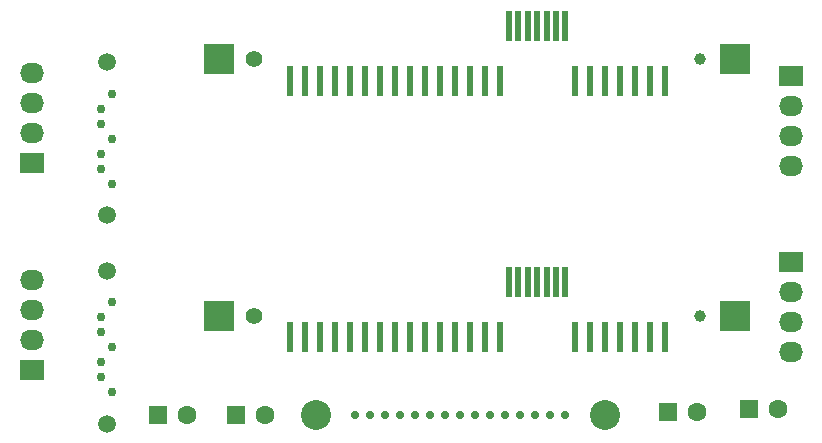
<source format=gbr>
%TF.GenerationSoftware,KiCad,Pcbnew,(5.1.10)-1*%
%TF.CreationDate,2021-07-16T07:11:49+08:00*%
%TF.ProjectId,2.5_SAS_Backend,322e355f-5341-4535-9f42-61636b656e64,rev?*%
%TF.SameCoordinates,Original*%
%TF.FileFunction,Soldermask,Bot*%
%TF.FilePolarity,Negative*%
%FSLAX46Y46*%
G04 Gerber Fmt 4.6, Leading zero omitted, Abs format (unit mm)*
G04 Created by KiCad (PCBNEW (5.1.10)-1) date 2021-07-16 07:11:49*
%MOMM*%
%LPD*%
G01*
G04 APERTURE LIST*
%ADD10R,2.600000X2.600000*%
%ADD11C,1.000000*%
%ADD12C,1.400000*%
%ADD13R,0.600000X2.530000*%
%ADD14R,0.500000X2.530000*%
%ADD15C,1.600000*%
%ADD16R,1.600000X1.600000*%
%ADD17R,2.030000X1.730000*%
%ADD18O,2.030000X1.730000*%
%ADD19C,0.700000*%
%ADD20C,2.540000*%
%ADD21C,1.500000*%
%ADD22C,0.750000*%
G04 APERTURE END LIST*
D10*
%TO.C,U1*%
X93630000Y-34163000D03*
X49880000Y-34163000D03*
D11*
X90630000Y-34163000D03*
D12*
X52880000Y-34163000D03*
D13*
X87630000Y-35993000D03*
X86360000Y-35993000D03*
X85090000Y-35993000D03*
X83820000Y-35993000D03*
X82550000Y-35993000D03*
X81280000Y-35993000D03*
X80010000Y-35993000D03*
D14*
X79235000Y-31323000D03*
X78435000Y-31323000D03*
X77635000Y-31323000D03*
X76835000Y-31323000D03*
X76035000Y-31323000D03*
X75235000Y-31323000D03*
X74435000Y-31323000D03*
D13*
X73660000Y-35993000D03*
X72390000Y-35993000D03*
X71120000Y-35993000D03*
X69850000Y-35993000D03*
X68580000Y-35993000D03*
X67310000Y-35993000D03*
X66040000Y-35993000D03*
X64770000Y-35993000D03*
X63500000Y-35993000D03*
X62230000Y-35993000D03*
X60960000Y-35993000D03*
X59690000Y-35993000D03*
X58420000Y-35993000D03*
X57150000Y-35993000D03*
X55880000Y-35993000D03*
%TD*%
D15*
%TO.C,C1*%
X47204000Y-64262000D03*
D16*
X44704000Y-64262000D03*
%TD*%
D17*
%TO.C,M4*%
X34036000Y-60452000D03*
D18*
X34036000Y-57912000D03*
X34036000Y-55372000D03*
X34036000Y-52832000D03*
%TD*%
D17*
%TO.C,M3*%
X34036000Y-42926000D03*
D18*
X34036000Y-40386000D03*
X34036000Y-37846000D03*
X34036000Y-35306000D03*
%TD*%
D17*
%TO.C,M2*%
X98298000Y-35560000D03*
D18*
X98298000Y-38100000D03*
X98298000Y-40640000D03*
X98298000Y-43180000D03*
%TD*%
D17*
%TO.C,M1*%
X98298000Y-51308000D03*
D18*
X98298000Y-53848000D03*
X98298000Y-56388000D03*
X98298000Y-58928000D03*
%TD*%
D15*
%TO.C,C4*%
X97242000Y-63754000D03*
D16*
X94742000Y-63754000D03*
%TD*%
D15*
%TO.C,C3*%
X90384000Y-64008000D03*
D16*
X87884000Y-64008000D03*
%TD*%
D15*
%TO.C,C2*%
X53808000Y-64262000D03*
D16*
X51308000Y-64262000D03*
%TD*%
D19*
%TO.C,U2*%
X62680000Y-64262000D03*
X63950000Y-64262000D03*
X61410000Y-64262000D03*
X67760000Y-64262000D03*
X65220000Y-64262000D03*
X66490000Y-64262000D03*
X69030000Y-64262000D03*
X70300000Y-64262000D03*
X71570000Y-64262000D03*
X72840000Y-64262000D03*
X74110000Y-64262000D03*
X75380000Y-64262000D03*
X76650000Y-64262000D03*
X77920000Y-64262000D03*
X79190000Y-64262000D03*
D20*
X58140600Y-64262000D03*
X82550000Y-64262000D03*
%TD*%
D21*
%TO.C,U5*%
X40386000Y-52084000D03*
X40386000Y-65024000D03*
D22*
X40886000Y-54744000D03*
X39886000Y-56014000D03*
X39886000Y-57284000D03*
X40886000Y-58554000D03*
X39886000Y-59824000D03*
X39886000Y-61094000D03*
X40886000Y-62364000D03*
%TD*%
D21*
%TO.C,U3*%
X40386000Y-34424000D03*
X40386000Y-47364000D03*
D22*
X40886000Y-37084000D03*
X39886000Y-38354000D03*
X39886000Y-39624000D03*
X40886000Y-40894000D03*
X39886000Y-42164000D03*
X39886000Y-43434000D03*
X40886000Y-44704000D03*
%TD*%
D10*
%TO.C,U4*%
X93630000Y-55880000D03*
X49880000Y-55880000D03*
D11*
X90630000Y-55880000D03*
D12*
X52880000Y-55880000D03*
D13*
X87630000Y-57710000D03*
X86360000Y-57710000D03*
X85090000Y-57710000D03*
X83820000Y-57710000D03*
X82550000Y-57710000D03*
X81280000Y-57710000D03*
X80010000Y-57710000D03*
D14*
X79235000Y-53040000D03*
X78435000Y-53040000D03*
X77635000Y-53040000D03*
X76835000Y-53040000D03*
X76035000Y-53040000D03*
X75235000Y-53040000D03*
X74435000Y-53040000D03*
D13*
X73660000Y-57710000D03*
X72390000Y-57710000D03*
X71120000Y-57710000D03*
X69850000Y-57710000D03*
X68580000Y-57710000D03*
X67310000Y-57710000D03*
X66040000Y-57710000D03*
X64770000Y-57710000D03*
X63500000Y-57710000D03*
X62230000Y-57710000D03*
X60960000Y-57710000D03*
X59690000Y-57710000D03*
X58420000Y-57710000D03*
X57150000Y-57710000D03*
X55880000Y-57710000D03*
%TD*%
M02*

</source>
